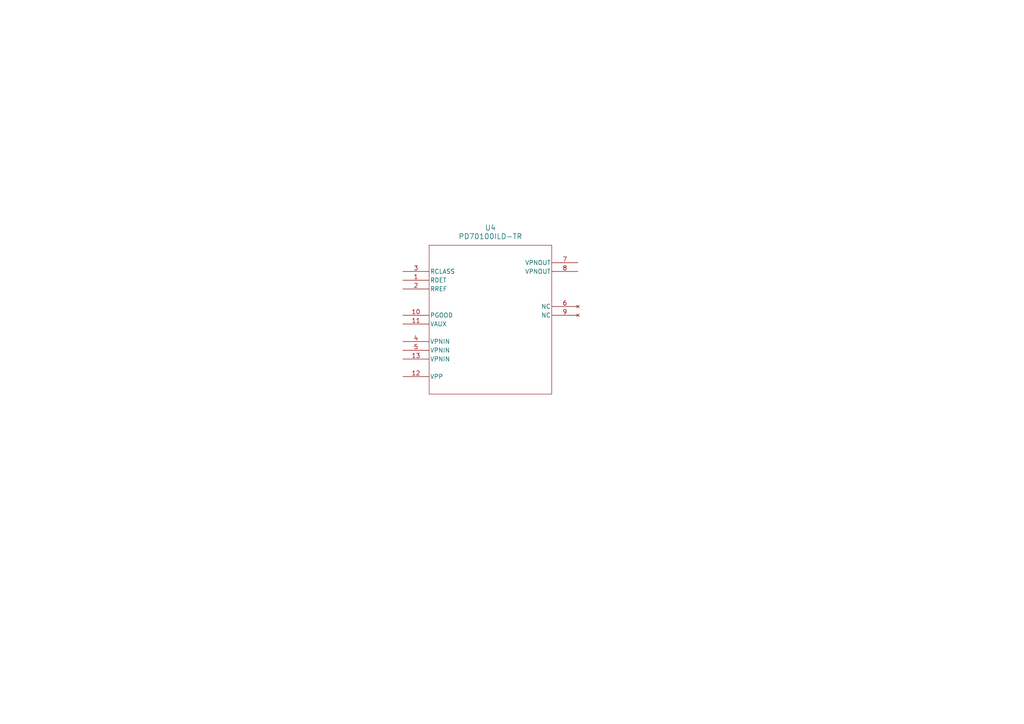
<source format=kicad_sch>
(kicad_sch (version 20250114) (generator "eeschema") (generator_version "9.0")
  (paper "A4")
  (lib_symbols
    (symbol "PD70100ILD-TR:PD70100ILD-TR" (pin_names (offset 0.254))
      (property "Reference" "U" (at 25.4 12.7 0))
      (property "Value" "PD70100ILD-TR" (at 25.4 10.16 0))
      (symbol "PD70100ILD-TR_0_1"
        (polyline (pts (xy 7.62 7.62) (xy 7.62 -35.56)) (stroke (width 0.127)))
        (polyline (pts (xy 7.62 -35.56) (xy 43.18 -35.56)) (stroke (width 0.127)))
        (polyline (pts (xy 43.18 7.62) (xy 7.62 7.62)) (stroke (width 0.127)))
        (polyline (pts (xy 43.18 -35.56) (xy 43.18 7.62)) (stroke (width 0.127)))
        (pin unspecified line (at 0 0 0) (length 7.62) (name "RCLASS") (number "3"))
        (pin unspecified line (at 0 -2.54 0) (length 7.62) (name "RDET") (number "1"))
        (pin unspecified line (at 0 -5.08 0) (length 7.62) (name "RREF") (number "2"))
        (pin output line (at 0 -12.7 0) (length 7.62) (name "PGOOD") (number "10"))
        (pin power_in line (at 0 -15.24 0) (length 7.62) (name "VAUX") (number "11"))
        (pin power_in line (at 0 -20.32 0) (length 7.62) (name "VPNIN") (number "4"))
        (pin power_in line (at 0 -22.86 0) (length 7.62) (name "VPNIN") (number "5"))
        (pin power_in line (at 0 -25.4 0) (length 7.62) (name "VPNIN") (number "13"))
        (pin power_in line (at 0 -30.48 0) (length 7.62) (name "VPP") (number "12"))
        (pin power_in line (at 50.8 2.54 180) (length 7.62) (name "VPNOUT") (number "7"))
        (pin power_in line (at 50.8 0 180) (length 7.62) (name "VPNOUT") (number "8"))
        (pin no_connect line (at 50.8 -10.16 180) (length 7.62) (name "NC") (number "6"))
        (pin no_connect line (at 50.8 -12.7 180) (length 7.62) (name "NC") (number "9"))
      )
    )
  )
  (symbol (lib_id "PD70100ILD-TR:PD70100ILD-TR") (at 116.84 78.74 0) (unit 1)
    (property "Reference" "U4" (at 142.24 66.04 0) (effects (font (size 1.524 1.524))))
    (property "Value" "PD70100ILD-TR" (at 142.24 68.58 0) (effects (font (size 1.524 1.524))))
    (property "Footprint" "PD70100ILD-TR:DFN12_4X3_MCH" (effects (hide yes)))
    (property "Datasheet" "PD70100ILD-TR" (effects (hide yes)))
  )
)
</source>
